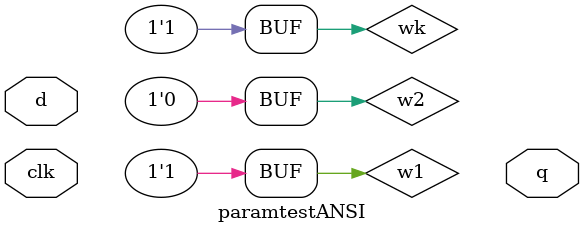
<source format=v>


module paramtestANSI #(parameter f=3, k=3, parameter x=f) (input clk,input [f:k]d , output q);
  parameter p1=1;
  parameter [2:0] p2=1;
  localparam l1=p1+p2;
  localparam [2:0] l2=f+k;

  wire [f:k] w1=p1;
  wire [f:k] w2=l1;

  wire wk;

  assign wk=l1+p1;
  
endmodule

</source>
